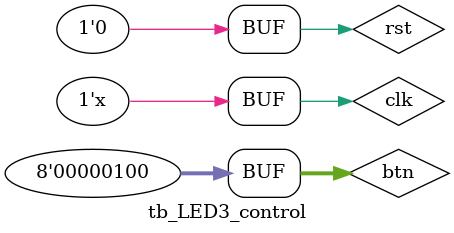
<source format=v>
`timescale 1us / 1ns


module tb_LED3_control();

reg clk, rst;
reg[7:0] btn;

wire[3:0] led_signal_R;
wire[3:0] led_signal_G;
wire[3:0] led_signal_B;

LED3_control tb(clk, rst, btn, led_signal_R, led_signal_G, led_signal_B);

initial begin 
    rst <= 1; clk <= 0; btn <= 8'b00000000; #1e+6 
    rst <= 0; #1e+6
    btn <= 8'b00000001; #1e+6
    btn <= 8'b00000010; #1e+6
    btn <= 8'b00000100;
end

always begin
    #0.5 clk <= ~clk;
end

endmodule

</source>
